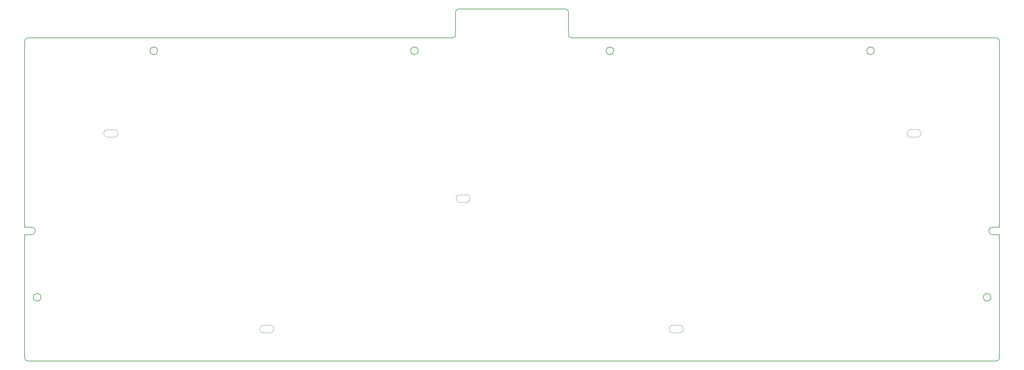
<source format=gm1>
G04 #@! TF.GenerationSoftware,KiCad,Pcbnew,(6.0.9)*
G04 #@! TF.CreationDate,2022-12-02T20:03:16-05:00*
G04 #@! TF.ProjectId,Part 7 - Keyboard Basic,50617274-2037-4202-9d20-4b6579626f61,rev?*
G04 #@! TF.SameCoordinates,Original*
G04 #@! TF.FileFunction,Profile,NP*
%FSLAX46Y46*%
G04 Gerber Fmt 4.6, Leading zero omitted, Abs format (unit mm)*
G04 Created by KiCad (PCBNEW (6.0.9)) date 2022-12-02 20:03:16*
%MOMM*%
%LPD*%
G01*
G04 APERTURE LIST*
G04 #@! TA.AperFunction,Profile*
%ADD10C,0.150000*%
G04 #@! TD*
G04 #@! TA.AperFunction,Profile*
%ADD11C,0.100000*%
G04 #@! TD*
G04 APERTURE END LIST*
D10*
X40000000Y-108607093D02*
G75*
G03*
X40000000Y-106407107I0J1099993D01*
G01*
X163000000Y-51000000D02*
G75*
G03*
X164000000Y-50000000I0J1000000D01*
G01*
D11*
X109849999Y-135150001D02*
X107650000Y-135150000D01*
D10*
X197000000Y-50000000D02*
G75*
G03*
X198000000Y-51000000I1000000J0D01*
G01*
X320500000Y-126957107D02*
G75*
G03*
X320500000Y-126957107I-1100000J0D01*
G01*
D11*
X299150000Y-80049998D02*
G75*
G03*
X299150000Y-77850002I-170300J1099998D01*
G01*
D10*
X210200000Y-54757107D02*
G75*
G03*
X210200000Y-54757107I-1100000J0D01*
G01*
D11*
X109849999Y-137349999D02*
G75*
G03*
X109849999Y-135150001I-170299J1099999D01*
G01*
D10*
X196000000Y-42500000D02*
X165000000Y-42500000D01*
X164000000Y-50000000D02*
X164000000Y-43500000D01*
X323000000Y-108607107D02*
X321000000Y-108607107D01*
D11*
X64300000Y-80049998D02*
G75*
G03*
X64300000Y-77850002I-170300J1099998D01*
G01*
X296950002Y-77850000D02*
G75*
G03*
X296950002Y-80050000I159498J-1100000D01*
G01*
D10*
X42750000Y-126957107D02*
G75*
G03*
X42750000Y-126957107I-1100000J0D01*
G01*
D11*
X167300000Y-99149998D02*
G75*
G03*
X167300000Y-96950002I-170300J1099998D01*
G01*
D10*
X197000000Y-50000000D02*
X197000000Y-43500000D01*
D11*
X64300000Y-77850002D02*
X62100001Y-77850001D01*
D10*
X198000000Y-51000000D02*
X322000000Y-51007107D01*
X38000000Y-108607107D02*
X38000000Y-144607107D01*
D11*
X229599999Y-137349999D02*
X227400000Y-137350000D01*
D10*
X165000000Y-42500000D02*
G75*
G03*
X164000000Y-43500000I0J-1000000D01*
G01*
X286400000Y-54757107D02*
G75*
G03*
X286400000Y-54757107I-1100000J0D01*
G01*
X38000000Y-106407107D02*
X40000000Y-106407107D01*
D11*
X229599999Y-135150001D02*
X227400000Y-135150000D01*
D10*
X38000000Y-108607107D02*
X40000000Y-108607107D01*
X76850000Y-54757107D02*
G75*
G03*
X76850000Y-54757107I-1100000J0D01*
G01*
X323000000Y-106407107D02*
X321000000Y-106407107D01*
X163000000Y-51000000D02*
X39000000Y-51007107D01*
X321000000Y-106407093D02*
G75*
G03*
X321000000Y-108607107I0J-1100007D01*
G01*
X39000000Y-51007100D02*
G75*
G03*
X38000000Y-52007107I0J-1000000D01*
G01*
D11*
X299150000Y-80050000D02*
X296950001Y-80050001D01*
D10*
X37999993Y-144607107D02*
G75*
G03*
X39000000Y-145607107I1000007J7D01*
G01*
X153050000Y-54757107D02*
G75*
G03*
X153050000Y-54757107I-1100000J0D01*
G01*
D11*
X64300000Y-80050000D02*
X62100001Y-80050001D01*
X109849999Y-137349999D02*
X107650000Y-137350000D01*
D10*
X322999993Y-52007107D02*
G75*
G03*
X322000000Y-51007107I-999993J7D01*
G01*
X323000000Y-108607107D02*
X323000000Y-144607107D01*
D11*
X107650001Y-135150001D02*
G75*
G03*
X107650001Y-137349999I159499J-1099999D01*
G01*
D10*
X38000000Y-106407107D02*
X38000000Y-52007107D01*
D11*
X165100002Y-96950000D02*
G75*
G03*
X165100002Y-99150000I159498J-1100000D01*
G01*
X167300000Y-96950002D02*
X165100001Y-96950001D01*
D10*
X323000000Y-106407107D02*
X323000000Y-52007107D01*
D11*
X167300000Y-99150000D02*
X165100001Y-99150001D01*
D10*
X197000000Y-43500000D02*
G75*
G03*
X196000000Y-42500000I-1000000J0D01*
G01*
D11*
X227400001Y-135150001D02*
G75*
G03*
X227400001Y-137349999I159499J-1099999D01*
G01*
X229599999Y-137349999D02*
G75*
G03*
X229599999Y-135150001I-170299J1099999D01*
G01*
X62100002Y-77850000D02*
G75*
G03*
X62100002Y-80050000I159498J-1100000D01*
G01*
D10*
X322000000Y-145607100D02*
G75*
G03*
X323000000Y-144607107I0J1000000D01*
G01*
X39000000Y-145607107D02*
X322000000Y-145607107D01*
D11*
X299150000Y-77850002D02*
X296950001Y-77850001D01*
M02*

</source>
